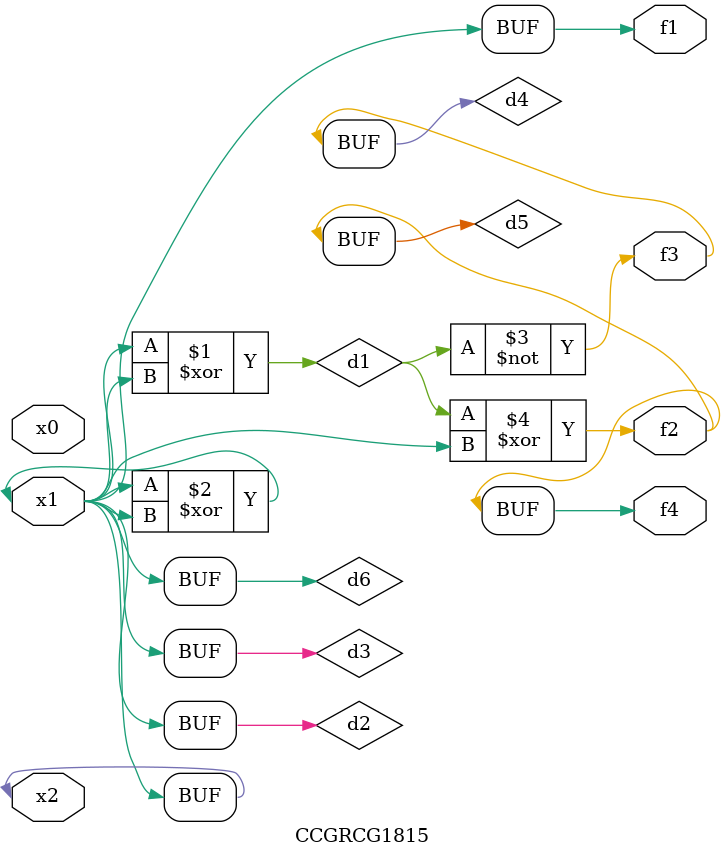
<source format=v>
module CCGRCG1815(
	input x0, x1, x2,
	output f1, f2, f3, f4
);

	wire d1, d2, d3, d4, d5, d6;

	xor (d1, x1, x2);
	buf (d2, x1, x2);
	xor (d3, x1, x2);
	nor (d4, d1);
	xor (d5, d1, d2);
	buf (d6, d2, d3);
	assign f1 = d6;
	assign f2 = d5;
	assign f3 = d4;
	assign f4 = d5;
endmodule

</source>
